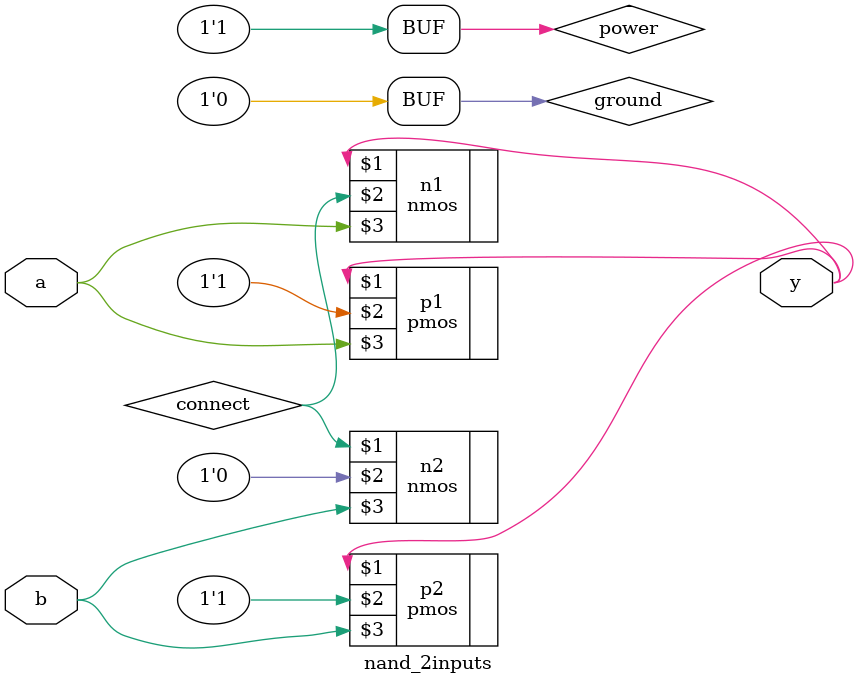
<source format=v>
module nand_2inputs(a, b, y);
    input a, b;
    output y;

    supply0 ground;
    supply1 power;

    wire connect;

    pmos #(5, 6, 7) p1(y, power, a);
    pmos #(5, 6, 7) p2(y, power, b);
    nmos #(4, 5, 6) n1(y, connect, a);
    nmos #(4, 5, 6) n2(connect, ground, b);
endmodule

</source>
